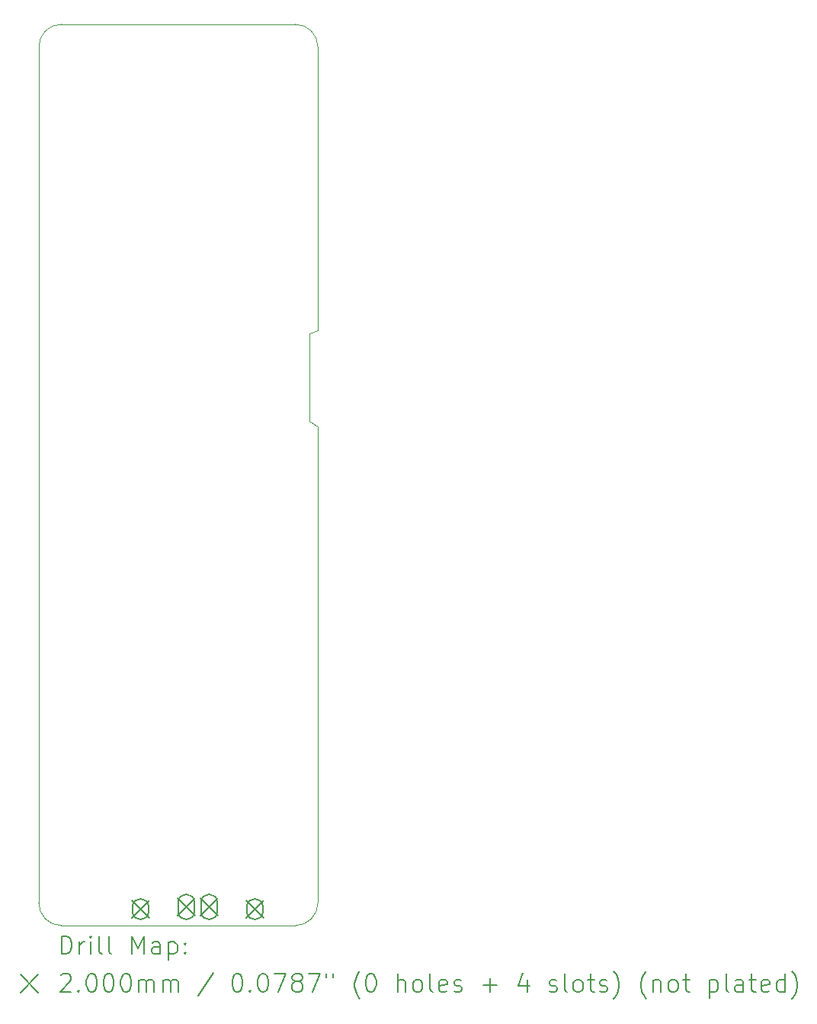
<source format=gbr>
%FSLAX45Y45*%
G04 Gerber Fmt 4.5, Leading zero omitted, Abs format (unit mm)*
G04 Created by KiCad (PCBNEW (6.0.1)) date 2022-09-22 22:33:41*
%MOMM*%
%LPD*%
G01*
G04 APERTURE LIST*
%TA.AperFunction,Profile*%
%ADD10C,0.100000*%
%TD*%
%ADD11C,0.200000*%
G04 APERTURE END LIST*
D10*
X16960000Y-13210000D02*
X14360000Y-13210000D01*
X14110000Y-12960000D02*
X14110000Y-3460000D01*
X17210000Y-3460000D02*
G75*
G03*
X16960000Y-3210000I-250000J0D01*
G01*
X14360000Y-3210000D02*
G75*
G03*
X14110000Y-3460000I0J-250000D01*
G01*
X17210000Y-7670800D02*
X17210000Y-12960000D01*
X14110000Y-12960000D02*
G75*
G03*
X14360000Y-13210000I250000J0D01*
G01*
X17119600Y-6638290D02*
X17119600Y-7616190D01*
X17210000Y-6604000D02*
X17119600Y-6638290D01*
X16960000Y-13210000D02*
G75*
G03*
X17210000Y-12960000I0J250000D01*
G01*
X17119600Y-7616190D02*
X17210000Y-7670800D01*
X17210000Y-3460000D02*
X17210000Y-6604000D01*
X14360000Y-3210000D02*
X16960000Y-3210000D01*
D11*
X15140000Y-12928080D02*
X15340000Y-13128080D01*
X15340000Y-12928080D02*
X15140000Y-13128080D01*
X15330000Y-13053080D02*
X15330000Y-13003080D01*
X15150000Y-13053080D02*
X15150000Y-13003080D01*
X15330000Y-13003080D02*
G75*
G03*
X15150000Y-13003080I-90000J0D01*
G01*
X15150000Y-13053080D02*
G75*
G03*
X15330000Y-13053080I90000J0D01*
G01*
X15648000Y-12903080D02*
X15848000Y-13103080D01*
X15848000Y-12903080D02*
X15648000Y-13103080D01*
X15838000Y-13053080D02*
X15838000Y-12953080D01*
X15658000Y-13053080D02*
X15658000Y-12953080D01*
X15838000Y-12953080D02*
G75*
G03*
X15658000Y-12953080I-90000J0D01*
G01*
X15658000Y-13053080D02*
G75*
G03*
X15838000Y-13053080I90000J0D01*
G01*
X15902000Y-12903080D02*
X16102000Y-13103080D01*
X16102000Y-12903080D02*
X15902000Y-13103080D01*
X16092000Y-13053080D02*
X16092000Y-12953080D01*
X15912000Y-13053080D02*
X15912000Y-12953080D01*
X16092000Y-12953080D02*
G75*
G03*
X15912000Y-12953080I-90000J0D01*
G01*
X15912000Y-13053080D02*
G75*
G03*
X16092000Y-13053080I90000J0D01*
G01*
X16410000Y-12928080D02*
X16610000Y-13128080D01*
X16610000Y-12928080D02*
X16410000Y-13128080D01*
X16600000Y-13053080D02*
X16600000Y-13003080D01*
X16420000Y-13053080D02*
X16420000Y-13003080D01*
X16600000Y-13003080D02*
G75*
G03*
X16420000Y-13003080I-90000J0D01*
G01*
X16420000Y-13053080D02*
G75*
G03*
X16600000Y-13053080I90000J0D01*
G01*
X14362619Y-13525476D02*
X14362619Y-13325476D01*
X14410238Y-13325476D01*
X14438809Y-13335000D01*
X14457857Y-13354048D01*
X14467381Y-13373095D01*
X14476905Y-13411190D01*
X14476905Y-13439762D01*
X14467381Y-13477857D01*
X14457857Y-13496905D01*
X14438809Y-13515952D01*
X14410238Y-13525476D01*
X14362619Y-13525476D01*
X14562619Y-13525476D02*
X14562619Y-13392143D01*
X14562619Y-13430238D02*
X14572143Y-13411190D01*
X14581667Y-13401667D01*
X14600714Y-13392143D01*
X14619762Y-13392143D01*
X14686428Y-13525476D02*
X14686428Y-13392143D01*
X14686428Y-13325476D02*
X14676905Y-13335000D01*
X14686428Y-13344524D01*
X14695952Y-13335000D01*
X14686428Y-13325476D01*
X14686428Y-13344524D01*
X14810238Y-13525476D02*
X14791190Y-13515952D01*
X14781667Y-13496905D01*
X14781667Y-13325476D01*
X14915000Y-13525476D02*
X14895952Y-13515952D01*
X14886428Y-13496905D01*
X14886428Y-13325476D01*
X15143571Y-13525476D02*
X15143571Y-13325476D01*
X15210238Y-13468333D01*
X15276905Y-13325476D01*
X15276905Y-13525476D01*
X15457857Y-13525476D02*
X15457857Y-13420714D01*
X15448333Y-13401667D01*
X15429286Y-13392143D01*
X15391190Y-13392143D01*
X15372143Y-13401667D01*
X15457857Y-13515952D02*
X15438809Y-13525476D01*
X15391190Y-13525476D01*
X15372143Y-13515952D01*
X15362619Y-13496905D01*
X15362619Y-13477857D01*
X15372143Y-13458809D01*
X15391190Y-13449286D01*
X15438809Y-13449286D01*
X15457857Y-13439762D01*
X15553095Y-13392143D02*
X15553095Y-13592143D01*
X15553095Y-13401667D02*
X15572143Y-13392143D01*
X15610238Y-13392143D01*
X15629286Y-13401667D01*
X15638809Y-13411190D01*
X15648333Y-13430238D01*
X15648333Y-13487381D01*
X15638809Y-13506428D01*
X15629286Y-13515952D01*
X15610238Y-13525476D01*
X15572143Y-13525476D01*
X15553095Y-13515952D01*
X15734048Y-13506428D02*
X15743571Y-13515952D01*
X15734048Y-13525476D01*
X15724524Y-13515952D01*
X15734048Y-13506428D01*
X15734048Y-13525476D01*
X15734048Y-13401667D02*
X15743571Y-13411190D01*
X15734048Y-13420714D01*
X15724524Y-13411190D01*
X15734048Y-13401667D01*
X15734048Y-13420714D01*
X13905000Y-13755000D02*
X14105000Y-13955000D01*
X14105000Y-13755000D02*
X13905000Y-13955000D01*
X14353095Y-13764524D02*
X14362619Y-13755000D01*
X14381667Y-13745476D01*
X14429286Y-13745476D01*
X14448333Y-13755000D01*
X14457857Y-13764524D01*
X14467381Y-13783571D01*
X14467381Y-13802619D01*
X14457857Y-13831190D01*
X14343571Y-13945476D01*
X14467381Y-13945476D01*
X14553095Y-13926428D02*
X14562619Y-13935952D01*
X14553095Y-13945476D01*
X14543571Y-13935952D01*
X14553095Y-13926428D01*
X14553095Y-13945476D01*
X14686428Y-13745476D02*
X14705476Y-13745476D01*
X14724524Y-13755000D01*
X14734048Y-13764524D01*
X14743571Y-13783571D01*
X14753095Y-13821667D01*
X14753095Y-13869286D01*
X14743571Y-13907381D01*
X14734048Y-13926428D01*
X14724524Y-13935952D01*
X14705476Y-13945476D01*
X14686428Y-13945476D01*
X14667381Y-13935952D01*
X14657857Y-13926428D01*
X14648333Y-13907381D01*
X14638809Y-13869286D01*
X14638809Y-13821667D01*
X14648333Y-13783571D01*
X14657857Y-13764524D01*
X14667381Y-13755000D01*
X14686428Y-13745476D01*
X14876905Y-13745476D02*
X14895952Y-13745476D01*
X14915000Y-13755000D01*
X14924524Y-13764524D01*
X14934048Y-13783571D01*
X14943571Y-13821667D01*
X14943571Y-13869286D01*
X14934048Y-13907381D01*
X14924524Y-13926428D01*
X14915000Y-13935952D01*
X14895952Y-13945476D01*
X14876905Y-13945476D01*
X14857857Y-13935952D01*
X14848333Y-13926428D01*
X14838809Y-13907381D01*
X14829286Y-13869286D01*
X14829286Y-13821667D01*
X14838809Y-13783571D01*
X14848333Y-13764524D01*
X14857857Y-13755000D01*
X14876905Y-13745476D01*
X15067381Y-13745476D02*
X15086428Y-13745476D01*
X15105476Y-13755000D01*
X15115000Y-13764524D01*
X15124524Y-13783571D01*
X15134048Y-13821667D01*
X15134048Y-13869286D01*
X15124524Y-13907381D01*
X15115000Y-13926428D01*
X15105476Y-13935952D01*
X15086428Y-13945476D01*
X15067381Y-13945476D01*
X15048333Y-13935952D01*
X15038809Y-13926428D01*
X15029286Y-13907381D01*
X15019762Y-13869286D01*
X15019762Y-13821667D01*
X15029286Y-13783571D01*
X15038809Y-13764524D01*
X15048333Y-13755000D01*
X15067381Y-13745476D01*
X15219762Y-13945476D02*
X15219762Y-13812143D01*
X15219762Y-13831190D02*
X15229286Y-13821667D01*
X15248333Y-13812143D01*
X15276905Y-13812143D01*
X15295952Y-13821667D01*
X15305476Y-13840714D01*
X15305476Y-13945476D01*
X15305476Y-13840714D02*
X15315000Y-13821667D01*
X15334048Y-13812143D01*
X15362619Y-13812143D01*
X15381667Y-13821667D01*
X15391190Y-13840714D01*
X15391190Y-13945476D01*
X15486428Y-13945476D02*
X15486428Y-13812143D01*
X15486428Y-13831190D02*
X15495952Y-13821667D01*
X15515000Y-13812143D01*
X15543571Y-13812143D01*
X15562619Y-13821667D01*
X15572143Y-13840714D01*
X15572143Y-13945476D01*
X15572143Y-13840714D02*
X15581667Y-13821667D01*
X15600714Y-13812143D01*
X15629286Y-13812143D01*
X15648333Y-13821667D01*
X15657857Y-13840714D01*
X15657857Y-13945476D01*
X16048333Y-13735952D02*
X15876905Y-13993095D01*
X16305476Y-13745476D02*
X16324524Y-13745476D01*
X16343571Y-13755000D01*
X16353095Y-13764524D01*
X16362619Y-13783571D01*
X16372143Y-13821667D01*
X16372143Y-13869286D01*
X16362619Y-13907381D01*
X16353095Y-13926428D01*
X16343571Y-13935952D01*
X16324524Y-13945476D01*
X16305476Y-13945476D01*
X16286428Y-13935952D01*
X16276905Y-13926428D01*
X16267381Y-13907381D01*
X16257857Y-13869286D01*
X16257857Y-13821667D01*
X16267381Y-13783571D01*
X16276905Y-13764524D01*
X16286428Y-13755000D01*
X16305476Y-13745476D01*
X16457857Y-13926428D02*
X16467381Y-13935952D01*
X16457857Y-13945476D01*
X16448333Y-13935952D01*
X16457857Y-13926428D01*
X16457857Y-13945476D01*
X16591190Y-13745476D02*
X16610238Y-13745476D01*
X16629286Y-13755000D01*
X16638809Y-13764524D01*
X16648333Y-13783571D01*
X16657857Y-13821667D01*
X16657857Y-13869286D01*
X16648333Y-13907381D01*
X16638809Y-13926428D01*
X16629286Y-13935952D01*
X16610238Y-13945476D01*
X16591190Y-13945476D01*
X16572143Y-13935952D01*
X16562619Y-13926428D01*
X16553095Y-13907381D01*
X16543571Y-13869286D01*
X16543571Y-13821667D01*
X16553095Y-13783571D01*
X16562619Y-13764524D01*
X16572143Y-13755000D01*
X16591190Y-13745476D01*
X16724524Y-13745476D02*
X16857857Y-13745476D01*
X16772143Y-13945476D01*
X16962619Y-13831190D02*
X16943571Y-13821667D01*
X16934048Y-13812143D01*
X16924524Y-13793095D01*
X16924524Y-13783571D01*
X16934048Y-13764524D01*
X16943571Y-13755000D01*
X16962619Y-13745476D01*
X17000714Y-13745476D01*
X17019762Y-13755000D01*
X17029286Y-13764524D01*
X17038810Y-13783571D01*
X17038810Y-13793095D01*
X17029286Y-13812143D01*
X17019762Y-13821667D01*
X17000714Y-13831190D01*
X16962619Y-13831190D01*
X16943571Y-13840714D01*
X16934048Y-13850238D01*
X16924524Y-13869286D01*
X16924524Y-13907381D01*
X16934048Y-13926428D01*
X16943571Y-13935952D01*
X16962619Y-13945476D01*
X17000714Y-13945476D01*
X17019762Y-13935952D01*
X17029286Y-13926428D01*
X17038810Y-13907381D01*
X17038810Y-13869286D01*
X17029286Y-13850238D01*
X17019762Y-13840714D01*
X17000714Y-13831190D01*
X17105476Y-13745476D02*
X17238810Y-13745476D01*
X17153095Y-13945476D01*
X17305476Y-13745476D02*
X17305476Y-13783571D01*
X17381667Y-13745476D02*
X17381667Y-13783571D01*
X17676905Y-14021667D02*
X17667381Y-14012143D01*
X17648333Y-13983571D01*
X17638810Y-13964524D01*
X17629286Y-13935952D01*
X17619762Y-13888333D01*
X17619762Y-13850238D01*
X17629286Y-13802619D01*
X17638810Y-13774048D01*
X17648333Y-13755000D01*
X17667381Y-13726428D01*
X17676905Y-13716905D01*
X17791190Y-13745476D02*
X17810238Y-13745476D01*
X17829286Y-13755000D01*
X17838810Y-13764524D01*
X17848333Y-13783571D01*
X17857857Y-13821667D01*
X17857857Y-13869286D01*
X17848333Y-13907381D01*
X17838810Y-13926428D01*
X17829286Y-13935952D01*
X17810238Y-13945476D01*
X17791190Y-13945476D01*
X17772143Y-13935952D01*
X17762619Y-13926428D01*
X17753095Y-13907381D01*
X17743571Y-13869286D01*
X17743571Y-13821667D01*
X17753095Y-13783571D01*
X17762619Y-13764524D01*
X17772143Y-13755000D01*
X17791190Y-13745476D01*
X18095952Y-13945476D02*
X18095952Y-13745476D01*
X18181667Y-13945476D02*
X18181667Y-13840714D01*
X18172143Y-13821667D01*
X18153095Y-13812143D01*
X18124524Y-13812143D01*
X18105476Y-13821667D01*
X18095952Y-13831190D01*
X18305476Y-13945476D02*
X18286429Y-13935952D01*
X18276905Y-13926428D01*
X18267381Y-13907381D01*
X18267381Y-13850238D01*
X18276905Y-13831190D01*
X18286429Y-13821667D01*
X18305476Y-13812143D01*
X18334048Y-13812143D01*
X18353095Y-13821667D01*
X18362619Y-13831190D01*
X18372143Y-13850238D01*
X18372143Y-13907381D01*
X18362619Y-13926428D01*
X18353095Y-13935952D01*
X18334048Y-13945476D01*
X18305476Y-13945476D01*
X18486429Y-13945476D02*
X18467381Y-13935952D01*
X18457857Y-13916905D01*
X18457857Y-13745476D01*
X18638810Y-13935952D02*
X18619762Y-13945476D01*
X18581667Y-13945476D01*
X18562619Y-13935952D01*
X18553095Y-13916905D01*
X18553095Y-13840714D01*
X18562619Y-13821667D01*
X18581667Y-13812143D01*
X18619762Y-13812143D01*
X18638810Y-13821667D01*
X18648333Y-13840714D01*
X18648333Y-13859762D01*
X18553095Y-13878809D01*
X18724524Y-13935952D02*
X18743571Y-13945476D01*
X18781667Y-13945476D01*
X18800714Y-13935952D01*
X18810238Y-13916905D01*
X18810238Y-13907381D01*
X18800714Y-13888333D01*
X18781667Y-13878809D01*
X18753095Y-13878809D01*
X18734048Y-13869286D01*
X18724524Y-13850238D01*
X18724524Y-13840714D01*
X18734048Y-13821667D01*
X18753095Y-13812143D01*
X18781667Y-13812143D01*
X18800714Y-13821667D01*
X19048333Y-13869286D02*
X19200714Y-13869286D01*
X19124524Y-13945476D02*
X19124524Y-13793095D01*
X19534048Y-13812143D02*
X19534048Y-13945476D01*
X19486429Y-13735952D02*
X19438810Y-13878809D01*
X19562619Y-13878809D01*
X19781667Y-13935952D02*
X19800714Y-13945476D01*
X19838810Y-13945476D01*
X19857857Y-13935952D01*
X19867381Y-13916905D01*
X19867381Y-13907381D01*
X19857857Y-13888333D01*
X19838810Y-13878809D01*
X19810238Y-13878809D01*
X19791190Y-13869286D01*
X19781667Y-13850238D01*
X19781667Y-13840714D01*
X19791190Y-13821667D01*
X19810238Y-13812143D01*
X19838810Y-13812143D01*
X19857857Y-13821667D01*
X19981667Y-13945476D02*
X19962619Y-13935952D01*
X19953095Y-13916905D01*
X19953095Y-13745476D01*
X20086429Y-13945476D02*
X20067381Y-13935952D01*
X20057857Y-13926428D01*
X20048333Y-13907381D01*
X20048333Y-13850238D01*
X20057857Y-13831190D01*
X20067381Y-13821667D01*
X20086429Y-13812143D01*
X20115000Y-13812143D01*
X20134048Y-13821667D01*
X20143571Y-13831190D01*
X20153095Y-13850238D01*
X20153095Y-13907381D01*
X20143571Y-13926428D01*
X20134048Y-13935952D01*
X20115000Y-13945476D01*
X20086429Y-13945476D01*
X20210238Y-13812143D02*
X20286429Y-13812143D01*
X20238810Y-13745476D02*
X20238810Y-13916905D01*
X20248333Y-13935952D01*
X20267381Y-13945476D01*
X20286429Y-13945476D01*
X20343571Y-13935952D02*
X20362619Y-13945476D01*
X20400714Y-13945476D01*
X20419762Y-13935952D01*
X20429286Y-13916905D01*
X20429286Y-13907381D01*
X20419762Y-13888333D01*
X20400714Y-13878809D01*
X20372143Y-13878809D01*
X20353095Y-13869286D01*
X20343571Y-13850238D01*
X20343571Y-13840714D01*
X20353095Y-13821667D01*
X20372143Y-13812143D01*
X20400714Y-13812143D01*
X20419762Y-13821667D01*
X20495952Y-14021667D02*
X20505476Y-14012143D01*
X20524524Y-13983571D01*
X20534048Y-13964524D01*
X20543571Y-13935952D01*
X20553095Y-13888333D01*
X20553095Y-13850238D01*
X20543571Y-13802619D01*
X20534048Y-13774048D01*
X20524524Y-13755000D01*
X20505476Y-13726428D01*
X20495952Y-13716905D01*
X20857857Y-14021667D02*
X20848333Y-14012143D01*
X20829286Y-13983571D01*
X20819762Y-13964524D01*
X20810238Y-13935952D01*
X20800714Y-13888333D01*
X20800714Y-13850238D01*
X20810238Y-13802619D01*
X20819762Y-13774048D01*
X20829286Y-13755000D01*
X20848333Y-13726428D01*
X20857857Y-13716905D01*
X20934048Y-13812143D02*
X20934048Y-13945476D01*
X20934048Y-13831190D02*
X20943571Y-13821667D01*
X20962619Y-13812143D01*
X20991190Y-13812143D01*
X21010238Y-13821667D01*
X21019762Y-13840714D01*
X21019762Y-13945476D01*
X21143571Y-13945476D02*
X21124524Y-13935952D01*
X21115000Y-13926428D01*
X21105476Y-13907381D01*
X21105476Y-13850238D01*
X21115000Y-13831190D01*
X21124524Y-13821667D01*
X21143571Y-13812143D01*
X21172143Y-13812143D01*
X21191190Y-13821667D01*
X21200714Y-13831190D01*
X21210238Y-13850238D01*
X21210238Y-13907381D01*
X21200714Y-13926428D01*
X21191190Y-13935952D01*
X21172143Y-13945476D01*
X21143571Y-13945476D01*
X21267381Y-13812143D02*
X21343571Y-13812143D01*
X21295952Y-13745476D02*
X21295952Y-13916905D01*
X21305476Y-13935952D01*
X21324524Y-13945476D01*
X21343571Y-13945476D01*
X21562619Y-13812143D02*
X21562619Y-14012143D01*
X21562619Y-13821667D02*
X21581667Y-13812143D01*
X21619762Y-13812143D01*
X21638810Y-13821667D01*
X21648333Y-13831190D01*
X21657857Y-13850238D01*
X21657857Y-13907381D01*
X21648333Y-13926428D01*
X21638810Y-13935952D01*
X21619762Y-13945476D01*
X21581667Y-13945476D01*
X21562619Y-13935952D01*
X21772143Y-13945476D02*
X21753095Y-13935952D01*
X21743571Y-13916905D01*
X21743571Y-13745476D01*
X21934048Y-13945476D02*
X21934048Y-13840714D01*
X21924524Y-13821667D01*
X21905476Y-13812143D01*
X21867381Y-13812143D01*
X21848333Y-13821667D01*
X21934048Y-13935952D02*
X21915000Y-13945476D01*
X21867381Y-13945476D01*
X21848333Y-13935952D01*
X21838810Y-13916905D01*
X21838810Y-13897857D01*
X21848333Y-13878809D01*
X21867381Y-13869286D01*
X21915000Y-13869286D01*
X21934048Y-13859762D01*
X22000714Y-13812143D02*
X22076905Y-13812143D01*
X22029286Y-13745476D02*
X22029286Y-13916905D01*
X22038810Y-13935952D01*
X22057857Y-13945476D01*
X22076905Y-13945476D01*
X22219762Y-13935952D02*
X22200714Y-13945476D01*
X22162619Y-13945476D01*
X22143571Y-13935952D01*
X22134048Y-13916905D01*
X22134048Y-13840714D01*
X22143571Y-13821667D01*
X22162619Y-13812143D01*
X22200714Y-13812143D01*
X22219762Y-13821667D01*
X22229286Y-13840714D01*
X22229286Y-13859762D01*
X22134048Y-13878809D01*
X22400714Y-13945476D02*
X22400714Y-13745476D01*
X22400714Y-13935952D02*
X22381667Y-13945476D01*
X22343571Y-13945476D01*
X22324524Y-13935952D01*
X22315000Y-13926428D01*
X22305476Y-13907381D01*
X22305476Y-13850238D01*
X22315000Y-13831190D01*
X22324524Y-13821667D01*
X22343571Y-13812143D01*
X22381667Y-13812143D01*
X22400714Y-13821667D01*
X22476905Y-14021667D02*
X22486428Y-14012143D01*
X22505476Y-13983571D01*
X22515000Y-13964524D01*
X22524524Y-13935952D01*
X22534048Y-13888333D01*
X22534048Y-13850238D01*
X22524524Y-13802619D01*
X22515000Y-13774048D01*
X22505476Y-13755000D01*
X22486428Y-13726428D01*
X22476905Y-13716905D01*
M02*

</source>
